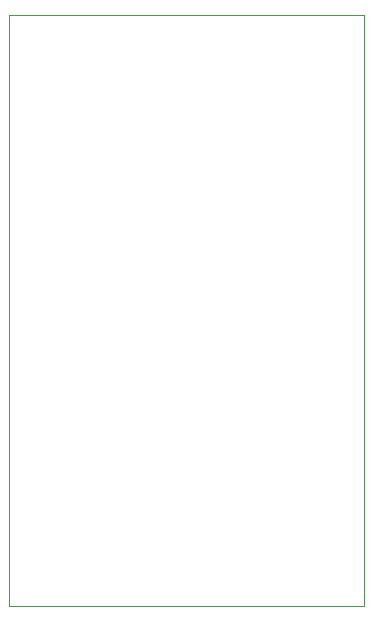
<source format=gm1>
%TF.GenerationSoftware,KiCad,Pcbnew,8.0.8*%
%TF.CreationDate,2025-01-29T17:03:44+00:00*%
%TF.ProjectId,ec30_2x4_l2_mh_0.1,65633330-5f32-4783-945f-6c325f6d685f,v0.1*%
%TF.SameCoordinates,PX8d24d00PY36d6160*%
%TF.FileFunction,Profile,NP*%
%FSLAX46Y46*%
G04 Gerber Fmt 4.6, Leading zero omitted, Abs format (unit mm)*
G04 Created by KiCad (PCBNEW 8.0.8) date 2025-01-29 17:03:44*
%MOMM*%
%LPD*%
G01*
G04 APERTURE LIST*
%TA.AperFunction,Profile*%
%ADD10C,0.050000*%
%TD*%
G04 APERTURE END LIST*
D10*
X-15000000Y25000000D02*
X15000000Y25000000D01*
X15000000Y-25000000D01*
X-15000000Y-25000000D01*
X-15000000Y25000000D01*
M02*

</source>
